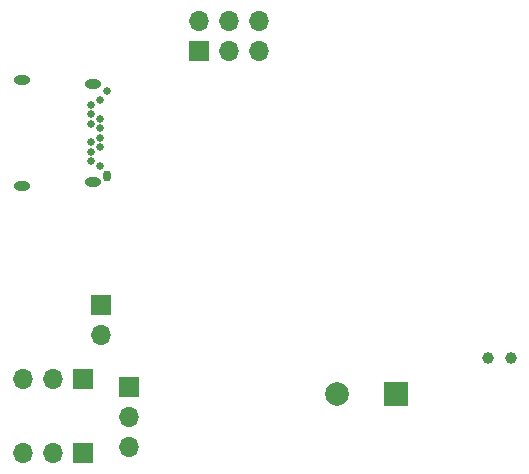
<source format=gbs>
G04 #@! TF.GenerationSoftware,KiCad,Pcbnew,8.0.5*
G04 #@! TF.CreationDate,2024-11-06T19:49:11-08:00*
G04 #@! TF.ProjectId,Vanguard_new,56616e67-7561-4726-945f-6e65772e6b69,rev?*
G04 #@! TF.SameCoordinates,Original*
G04 #@! TF.FileFunction,Soldermask,Bot*
G04 #@! TF.FilePolarity,Negative*
%FSLAX46Y46*%
G04 Gerber Fmt 4.6, Leading zero omitted, Abs format (unit mm)*
G04 Created by KiCad (PCBNEW 8.0.5) date 2024-11-06 19:49:11*
%MOMM*%
%LPD*%
G01*
G04 APERTURE LIST*
%ADD10C,0.650000*%
%ADD11O,0.650000X0.950000*%
%ADD12O,1.400000X0.800000*%
%ADD13R,1.700000X1.700000*%
%ADD14O,1.700000X1.700000*%
%ADD15C,1.000000*%
%ADD16R,2.000000X2.000000*%
%ADD17C,2.000000*%
G04 APERTURE END LIST*
D10*
X151590000Y-101317500D03*
D11*
X151590000Y-108517500D03*
D10*
X150940000Y-107717500D03*
X150240000Y-107317500D03*
X150240000Y-106517500D03*
X150940000Y-106117500D03*
X150240000Y-105717500D03*
X150940000Y-105317500D03*
X150940000Y-104517500D03*
X150240000Y-104117500D03*
X150940000Y-103717500D03*
X150240000Y-103317500D03*
X150240000Y-102517500D03*
X150940000Y-102117500D03*
D12*
X144390000Y-100427500D03*
X150340000Y-100787500D03*
X150340000Y-109047500D03*
X144390000Y-109407500D03*
D13*
X159365000Y-97962500D03*
D14*
X159365000Y-95422500D03*
X161905000Y-97962500D03*
X161905000Y-95422500D03*
X164445000Y-97962500D03*
X164445000Y-95422500D03*
D13*
X153460000Y-126440000D03*
D14*
X153460000Y-128980000D03*
X153460000Y-131520000D03*
D15*
X185732500Y-123947500D03*
X183832500Y-123947500D03*
D13*
X151037500Y-119480000D03*
D14*
X151037500Y-122020000D03*
D13*
X149530000Y-131980000D03*
D14*
X146990000Y-131980000D03*
X144450000Y-131980000D03*
D13*
X149500000Y-125730000D03*
D14*
X146960000Y-125730000D03*
X144420000Y-125730000D03*
D16*
X176010785Y-126990000D03*
D17*
X171010785Y-126990000D03*
M02*

</source>
